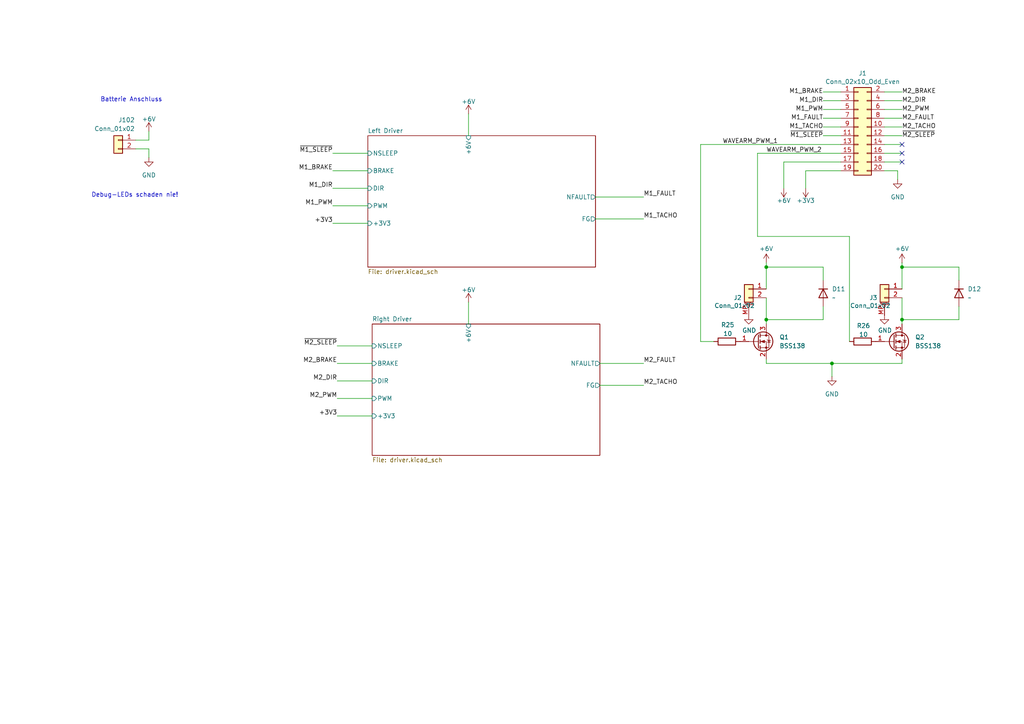
<source format=kicad_sch>
(kicad_sch (version 20231120) (generator "eeschema") (generator_version "8.0")
  (paper "A4")
  (title_block (company "RoboterClub") (comment 1 "Author: Chenyan Feng"))
  (lib_symbols
    (symbol "Connector_Generic:Conn_01x02" (pin_names (offset 1.016) hide)
      (property "Reference" "J" (at 0 2.54 0))
      (property "Value" "Conn_01x02" (at 0 -5.08 0))
      (symbol "Conn_01x02_1_1"
        (rectangle (start -1.27 -2.413) (end 0 -2.667) (stroke (width 0.1524)))
        (rectangle (start -1.27 0.127) (end 0 -0.127) (stroke (width 0.1524)))
        (rectangle (start -1.27 1.27) (end 1.27 -3.81) (stroke (width 0.254)) (fill (type background)))
        (pin passive line (at -5.08 0 0) (length 3.81) (name "Pin_1") (number "1"))
        (pin passive line (at -5.08 -2.54 0) (length 3.81) (name "Pin_2") (number "2"))
      )
    )
    (symbol "Connector_Generic:Conn_02x10_Odd_Even" (pin_names (offset 1.016) hide)
      (property "Reference" "J" (at 1.27 12.7 0))
      (property "Value" "Conn_02x10_Odd_Even" (at 1.27 -15.24 0))
      (symbol "Conn_02x10_Odd_Even_1_1"
        (rectangle (start -1.27 -12.573) (end 0 -12.827) (stroke (width 0.1524)))
        (rectangle (start -1.27 -10.033) (end 0 -10.287) (stroke (width 0.1524)))
        (rectangle (start -1.27 -7.493) (end 0 -7.747) (stroke (width 0.1524)))
        (rectangle (start -1.27 -4.953) (end 0 -5.207) (stroke (width 0.1524)))
        (rectangle (start -1.27 -2.413) (end 0 -2.667) (stroke (width 0.1524)))
        (rectangle (start -1.27 0.127) (end 0 -0.127) (stroke (width 0.1524)))
        (rectangle (start -1.27 2.667) (end 0 2.413) (stroke (width 0.1524)))
        (rectangle (start -1.27 5.207) (end 0 4.953) (stroke (width 0.1524)))
        (rectangle (start -1.27 7.747) (end 0 7.493) (stroke (width 0.1524)))
        (rectangle (start -1.27 10.287) (end 0 10.033) (stroke (width 0.1524)))
        (rectangle (start -1.27 11.43) (end 3.81 -13.97) (stroke (width 0.254)) (fill (type background)))
        (rectangle (start 3.81 -12.573) (end 2.54 -12.827) (stroke (width 0.1524)))
        (rectangle (start 3.81 -10.033) (end 2.54 -10.287) (stroke (width 0.1524)))
        (rectangle (start 3.81 -7.493) (end 2.54 -7.747) (stroke (width 0.1524)))
        (rectangle (start 3.81 -4.953) (end 2.54 -5.207) (stroke (width 0.1524)))
        (rectangle (start 3.81 -2.413) (end 2.54 -2.667) (stroke (width 0.1524)))
        (rectangle (start 3.81 0.127) (end 2.54 -0.127) (stroke (width 0.1524)))
        (rectangle (start 3.81 2.667) (end 2.54 2.413) (stroke (width 0.1524)))
        (rectangle (start 3.81 5.207) (end 2.54 4.953) (stroke (width 0.1524)))
        (rectangle (start 3.81 7.747) (end 2.54 7.493) (stroke (width 0.1524)))
        (rectangle (start 3.81 10.287) (end 2.54 10.033) (stroke (width 0.1524)))
        (pin passive line (at -5.08 10.16 0) (length 3.81) (name "Pin_1") (number "1"))
        (pin passive line (at 7.62 0 180) (length 3.81) (name "Pin_10") (number "10"))
        (pin passive line (at -5.08 -2.54 0) (length 3.81) (name "Pin_11") (number "11"))
        (pin passive line (at 7.62 -2.54 180) (length 3.81) (name "Pin_12") (number "12"))
        (pin passive line (at -5.08 -5.08 0) (length 3.81) (name "Pin_13") (number "13"))
        (pin passive line (at 7.62 -5.08 180) (length 3.81) (name "Pin_14") (number "14"))
        (pin passive line (at -5.08 -7.62 0) (length 3.81) (name "Pin_15") (number "15"))
        (pin passive line (at 7.62 -7.62 180) (length 3.81) (name "Pin_16") (number "16"))
        (pin passive line (at -5.08 -10.16 0) (length 3.81) (name "Pin_17") (number "17"))
        (pin passive line (at 7.62 -10.16 180) (length 3.81) (name "Pin_18") (number "18"))
        (pin passive line (at -5.08 -12.7 0) (length 3.81) (name "Pin_19") (number "19"))
        (pin passive line (at 7.62 10.16 180) (length 3.81) (name "Pin_2") (number "2"))
        (pin passive line (at 7.62 -12.7 180) (length 3.81) (name "Pin_20") (number "20"))
        (pin passive line (at -5.08 7.62 0) (length 3.81) (name "Pin_3") (number "3"))
        (pin passive line (at 7.62 7.62 180) (length 3.81) (name "Pin_4") (number "4"))
        (pin passive line (at -5.08 5.08 0) (length 3.81) (name "Pin_5") (number "5"))
        (pin passive line (at 7.62 5.08 180) (length 3.81) (name "Pin_6") (number "6"))
        (pin passive line (at -5.08 2.54 0) (length 3.81) (name "Pin_7") (number "7"))
        (pin passive line (at 7.62 2.54 180) (length 3.81) (name "Pin_8") (number "8"))
        (pin passive line (at -5.08 0 0) (length 3.81) (name "Pin_9") (number "9"))
      )
    )
    (symbol "Connector_Generic_MountingPin:Conn_01x02_MountingPin" (pin_names (offset 1.016) hide)
      (property "Reference" "J" (at 0 2.54 0))
      (property "Value" "Conn_01x02_MountingPin" (at 1.27 -5.08 0))
      (symbol "Conn_01x02_MountingPin_1_1"
        (rectangle (start -1.27 -2.413) (end 0 -2.667) (stroke (width 0.1524)))
        (rectangle (start -1.27 0.127) (end 0 -0.127) (stroke (width 0.1524)))
        (rectangle (start -1.27 1.27) (end 1.27 -3.81) (stroke (width 0.254)) (fill (type background)))
        (polyline (pts (xy -1.016 -4.572) (xy 1.016 -4.572)) (stroke (width 0.1524)))
        (text "Mounting" (at 0 -4.191 0) (effects (font (size 0.381 0.381))))
        (pin passive line (at -5.08 0 0) (length 3.81) (name "Pin_1") (number "1"))
        (pin passive line (at -5.08 -2.54 0) (length 3.81) (name "Pin_2") (number "2"))
        (pin passive line (at 0 -7.62 90) (length 3.048) (name "MountPin") (number "MP"))
      )
    )
    (symbol "Device:D" (pin_numbers hide) (pin_names (offset 1.016) hide)
      (property "Reference" "D" (at 0 2.54 0))
      (property "Value" "D" (at 0 -2.54 0))
      (symbol "D_0_1"
        (polyline (pts (xy -1.27 1.27) (xy -1.27 -1.27)) (stroke (width 0.254)))
        (polyline (pts (xy 1.27 0) (xy -1.27 0)))
        (polyline (pts (xy 1.27 1.27) (xy 1.27 -1.27) (xy -1.27 0) (xy 1.27 1.27)) (stroke (width 0.254)))
      )
      (symbol "D_1_1"
        (pin passive line (at -3.81 0 0) (length 2.54) (name "K") (number "1"))
        (pin passive line (at 3.81 0 180) (length 2.54) (name "A") (number "2"))
      )
    )
    (symbol "Device:R" (pin_numbers hide) (pin_names (offset 0))
      (property "Reference" "R" (at 2.032 0 90))
      (property "Value" "R" (at 0 0 90))
      (symbol "R_0_1"
        (rectangle (start -1.016 -2.54) (end 1.016 2.54) (stroke (width 0.254)))
      )
      (symbol "R_1_1"
        (pin passive line (at 0 3.81 270) (length 1.27) (name "~") (number "1"))
        (pin passive line (at 0 -3.81 90) (length 1.27) (name "~") (number "2"))
      )
    )
    (symbol "Transistor_FET:BSS138" (pin_names hide)
      (property "Reference" "Q" (at 5.08 1.905 0))
      (property "Value" "BSS138" (at 5.08 0 0))
      (symbol "BSS138_0_1"
        (polyline (pts (xy 0.254 0) (xy -2.54 0)))
        (polyline (pts (xy 0.254 1.905) (xy 0.254 -1.905)) (stroke (width 0.254)))
        (polyline (pts (xy 0.762 -1.27) (xy 0.762 -2.286)) (stroke (width 0.254)))
        (polyline (pts (xy 0.762 0.508) (xy 0.762 -0.508)) (stroke (width 0.254)))
        (polyline (pts (xy 0.762 2.286) (xy 0.762 1.27)) (stroke (width 0.254)))
        (polyline (pts (xy 2.54 2.54) (xy 2.54 1.778)))
        (polyline (pts (xy 2.54 -2.54) (xy 2.54 0) (xy 0.762 0)))
        (polyline (pts (xy 0.762 -1.778) (xy 3.302 -1.778) (xy 3.302 1.778) (xy 0.762 1.778)))
        (polyline (pts (xy 1.016 0) (xy 2.032 0.381) (xy 2.032 -0.381) (xy 1.016 0)) (fill (type outline)))
        (polyline (pts (xy 2.794 0.508) (xy 2.921 0.381) (xy 3.683 0.381) (xy 3.81 0.254)))
        (polyline (pts (xy 3.302 0.381) (xy 2.921 -0.254) (xy 3.683 -0.254) (xy 3.302 0.381)))
        (circle (center 1.651 0) (radius 2.794) (stroke (width 0.254)))
        (circle (center 2.54 -1.778) (radius 0.254) (fill (type outline)))
        (circle (center 2.54 1.778) (radius 0.254) (fill (type outline)))
      )
      (symbol "BSS138_1_1"
        (pin input line (at -5.08 0 0) (length 2.54) (name "G") (number "1"))
        (pin passive line (at 2.54 -5.08 90) (length 2.54) (name "S") (number "2"))
        (pin passive line (at 2.54 5.08 270) (length 2.54) (name "D") (number "3"))
      )
    )
    (symbol "power:+6V" (power) (pin_numbers hide) (pin_names (offset 0) hide)
      (property "Value" "+6V" (at 0 3.556 0))
      (symbol "+6V_0_1"
        (polyline (pts (xy -0.762 1.27) (xy 0 2.54)))
        (polyline (pts (xy 0 0) (xy 0 2.54)))
        (polyline (pts (xy 0 2.54) (xy 0.762 1.27)))
      )
      (symbol "+6V_1_1"
        (pin power_in line (at 0 0 90) (length 0) (name "~") (number "1"))
      )
    )
    (symbol "power:GND" (power) (pin_numbers hide) (pin_names (offset 0) hide)
      (property "Value" "GND" (at 0 -3.81 0))
      (symbol "GND_0_1"
        (polyline (pts (xy 0 0) (xy 0 -1.27) (xy 1.27 -1.27) (xy 0 -2.54) (xy -1.27 -1.27) (xy 0 -1.27)))
      )
      (symbol "GND_1_1"
        (pin power_in line (at 0 0 270) (length 0) (name "~") (number "1"))
      )
    )
    (symbol "µmotor-rescue:+6V" (power) (pin_names (offset 0))
      (property "Value" "+6V" (at 0 3.556 0))
      (symbol "+6V_0_1"
        (polyline (pts (xy -0.762 1.27) (xy 0 2.54)))
        (polyline (pts (xy 0 0) (xy 0 2.54)))
        (polyline (pts (xy 0 2.54) (xy 0.762 1.27)))
      )
      (symbol "+6V_1_1"
        (pin power_in line (at 0 0 90) (length 0) hide (name "+6V") (number "1"))
      )
    )
  )
  (junction (at 222.25 77.47))
  (junction (at 261.62 77.47))
  (junction (at 241.3 105.41))
  (junction (at 261.62 92.71))
  (junction (at 222.25 92.71))
  (no_connect (at 261.62 44.45))
  (no_connect (at 261.62 46.99))
  (no_connect (at 261.62 41.91))
  (wire (pts (xy 227.33 46.99) (xy 227.33 54.61)))
  (wire (pts (xy 97.79 105.41) (xy 107.95 105.41)))
  (wire (pts (xy 261.62 39.37) (xy 256.54 39.37)))
  (wire (pts (xy 227.33 46.99) (xy 243.84 46.99)))
  (wire (pts (xy 261.62 77.47) (xy 261.62 83.82)))
  (wire (pts (xy 97.79 100.33) (xy 107.95 100.33)))
  (wire (pts (xy 222.25 105.41) (xy 222.25 104.14)))
  (wire (pts (xy 233.68 49.53) (xy 233.68 54.61)))
  (wire (pts (xy 222.25 86.36) (xy 222.25 92.71)))
  (wire (pts (xy 241.3 105.41) (xy 222.25 105.41)))
  (wire (pts (xy 97.79 110.49) (xy 107.95 110.49)))
  (wire (pts (xy 261.62 31.75) (xy 256.54 31.75)))
  (wire (pts (xy 261.62 26.67) (xy 256.54 26.67)))
  (wire (pts (xy 203.2 41.91) (xy 243.84 41.91)))
  (wire (pts (xy 135.89 87.63) (xy 135.89 93.98)))
  (wire (pts (xy 238.76 88.9) (xy 238.76 92.71)))
  (wire (pts (xy 278.13 88.9) (xy 278.13 92.71)))
  (wire (pts (xy 203.2 99.06) (xy 207.01 99.06)))
  (wire (pts (xy 261.62 92.71) (xy 261.62 93.98)))
  (wire (pts (xy 172.72 63.5) (xy 186.69 63.5)))
  (wire (pts (xy 96.52 44.45) (xy 106.68 44.45)))
  (wire (pts (xy 261.62 104.14) (xy 261.62 105.41)))
  (wire (pts (xy 238.76 92.71) (xy 222.25 92.71)))
  (wire (pts (xy 97.79 120.65) (xy 107.95 120.65)))
  (wire (pts (xy 219.71 68.58) (xy 246.38 68.58)))
  (wire (pts (xy 241.3 109.22) (xy 241.3 105.41)))
  (wire (pts (xy 238.76 31.75) (xy 243.84 31.75)))
  (wire (pts (xy 173.99 111.76) (xy 186.69 111.76)))
  (wire (pts (xy 96.52 54.61) (xy 106.68 54.61)))
  (wire (pts (xy 238.76 77.47) (xy 238.76 81.28)))
  (wire (pts (xy 39.37 40.64) (xy 43.18 40.64)))
  (wire (pts (xy 43.18 45.72) (xy 43.18 43.18)))
  (wire (pts (xy 261.62 86.36) (xy 261.62 92.71)))
  (wire (pts (xy 96.52 64.77) (xy 106.68 64.77)))
  (wire (pts (xy 43.18 40.64) (xy 43.18 38.1)))
  (wire (pts (xy 203.2 41.91) (xy 203.2 99.06)))
  (wire (pts (xy 238.76 34.29) (xy 243.84 34.29)))
  (wire (pts (xy 278.13 92.71) (xy 261.62 92.71)))
  (wire (pts (xy 219.71 44.45) (xy 219.71 68.58)))
  (wire (pts (xy 222.25 77.47) (xy 238.76 77.47)))
  (wire (pts (xy 172.72 57.15) (xy 186.69 57.15)))
  (wire (pts (xy 261.62 77.47) (xy 278.13 77.47)))
  (wire (pts (xy 241.3 105.41) (xy 261.62 105.41)))
  (wire (pts (xy 238.76 26.67) (xy 243.84 26.67)))
  (wire (pts (xy 238.76 39.37) (xy 243.84 39.37)))
  (wire (pts (xy 261.62 36.83) (xy 256.54 36.83)))
  (wire (pts (xy 243.84 49.53) (xy 233.68 49.53)))
  (wire (pts (xy 261.62 41.91) (xy 256.54 41.91)))
  (wire (pts (xy 261.62 34.29) (xy 256.54 34.29)))
  (wire (pts (xy 261.62 77.47) (xy 261.62 76.2)))
  (wire (pts (xy 260.35 52.07) (xy 260.35 49.53)))
  (wire (pts (xy 238.76 29.21) (xy 243.84 29.21)))
  (wire (pts (xy 106.68 59.69) (xy 96.52 59.69)))
  (wire (pts (xy 261.62 29.21) (xy 256.54 29.21)))
  (wire (pts (xy 238.76 36.83) (xy 243.84 36.83)))
  (wire (pts (xy 173.99 105.41) (xy 186.69 105.41)))
  (wire (pts (xy 260.35 49.53) (xy 256.54 49.53)))
  (wire (pts (xy 96.52 49.53) (xy 106.68 49.53)))
  (wire (pts (xy 261.62 44.45) (xy 256.54 44.45)))
  (wire (pts (xy 222.25 92.71) (xy 222.25 93.98)))
  (wire (pts (xy 222.25 77.47) (xy 222.25 76.2)))
  (wire (pts (xy 43.18 43.18) (xy 39.37 43.18)))
  (wire (pts (xy 246.38 68.58) (xy 246.38 99.06)))
  (wire (pts (xy 278.13 77.47) (xy 278.13 81.28)))
  (wire (pts (xy 219.71 44.45) (xy 243.84 44.45)))
  (wire (pts (xy 261.62 46.99) (xy 256.54 46.99)))
  (wire (pts (xy 135.89 33.02) (xy 135.89 39.37)))
  (wire (pts (xy 222.25 77.47) (xy 222.25 83.82)))
  (wire (pts (xy 107.95 115.57) (xy 97.79 115.57)))
  (text "Debug-LEDs schaden nie!" (at 39.116 56.642 0) (effects (font (size 1.27 1.27))))
  (text "Batterie Anschluss" (at 38.1 28.956 0) (effects (font (size 1.27 1.27))))
  (label "+3V3" (at 96.52 64.77 180))
  (label "M2_PWM" (at 261.62 31.75 0))
  (label "M1_FAULT" (at 238.76 34.29 180))
  (label "M2_BRAKE" (at 261.62 26.67 0))
  (label "M1_BRAKE" (at 96.52 49.53 180))
  (label "M2_FAULT" (at 186.69 105.41 0))
  (label "M2_PWM" (at 97.79 115.57 180))
  (label "M1_TACHO" (at 238.76 36.83 180))
  (label "M1_TACHO" (at 186.69 63.5 0))
  (label "M1_PWM" (at 96.52 59.69 180))
  (label "M2_DIR" (at 97.79 110.49 180))
  (label "+3V3" (at 97.79 120.65 180))
  (label "M2_BRAKE" (at 97.79 105.41 180))
  (label "M2_DIR" (at 261.62 29.21 0))
  (label "M2_FAULT" (at 261.62 34.29 0))
  (label "~{M1_SLEEP}" (at 238.76 39.37 180))
  (label "M1_PWM" (at 238.76 31.75 180))
  (label "M2_TACHO" (at 261.62 36.83 0))
  (label "WAVEARM_PWM_2" (at 222.25 44.45 0))
  (label "~{M1_SLEEP}" (at 96.52 44.45 180))
  (label "WAVEARM_PWM_1" (at 209.55 41.91 0))
  (label "M2_TACHO" (at 186.69 111.76 0))
  (label "M1_DIR" (at 96.52 54.61 180))
  (label "~{M2_SLEEP}" (at 261.62 39.37 0))
  (label "M1_BRAKE" (at 238.76 26.67 180))
  (label "M1_DIR" (at 238.76 29.21 180))
  (label "~{M2_SLEEP}" (at 97.79 100.33 180))
  (label "M1_FAULT" (at 186.69 57.15 0))
  (symbol (lib_id "power:+6V") (at 261.62 76.2 0) (unit 1)
    (property "Reference" "#PWR038" (effects (hide yes)))
    (property "Value" "+6V" (at 261.62 72.136 0))
    (property "Description" "Power symbol creates a global label with name \"+6V\"" (effects (hide yes)))
  )
  (symbol (lib_id "Connector_Generic_MountingPin:Conn_01x02_MountingPin") (at 256.54 83.82 0) (mirror y) (unit 1)
    (property "Reference" "J3" (at 254.508 86.36 0) (effects (justify left)))
    (property "Value" "Conn_01x02" (at 258.318 88.646 0) (effects (justify left)))
    (property "Footprint" "Connector_JST:JST_GH_BM02B-GHS-TBT_1x02-1MP_P1.25mm_Vertical" (effects (hide yes)))
    (property "Description" "Generic connectable mounting pin connector, single row, 01x02, script generated (kicad-library-utils/schlib/autogen/connector/)" (effects (hide yes)))
  )
  (symbol (lib_id "power:GND") (at 260.35 52.07 0) (mirror y) (unit 1)
    (property "Reference" "#PWR019" (effects (hide yes)))
    (property "Value" "GND" (at 260.35 57.15 0))
    (property "Description" "Power symbol creates a global label with name \"GND\" , ground" (effects (hide yes)))
  )
  (symbol (lib_id "µmotor-rescue:+6V") (at 227.33 54.61 180) (unit 1)
    (property "Reference" "#PWR018" (effects (hide yes)))
    (property "Value" "+6V" (at 227.33 58.166 0))
  )
  (symbol (lib_id "Device:D") (at 278.13 85.09 270) (unit 1)
    (property "Reference" "D12" (at 280.67 83.8199 90) (effects (justify left)))
    (property "Value" "~" (at 280.67 86.3599 90) (effects (justify left)))
    (property "Footprint" "Diode_SMD:D_0603_1608Metric" (effects (hide yes)))
    (property "Description" "Diode" (effects (hide yes)))
    (property "Sim.Device" "D" (effects (hide yes)))
    (property "Sim.Pins" "1=K 2=A" (effects (hide yes)))
  )
  (symbol (lib_id "µmotor-rescue:+6V") (at 43.18 38.1 0) (mirror y) (unit 1)
    (property "Reference" "#PWR0103" (effects (hide yes)))
    (property "Value" "+6V" (at 43.18 34.544 0))
  )
  (symbol (lib_id "power:+6V") (at 222.25 76.2 0) (unit 1)
    (property "Reference" "#PWR027" (effects (hide yes)))
    (property "Value" "+6V" (at 222.25 72.136 0))
    (property "Description" "Power symbol creates a global label with name \"+6V\"" (effects (hide yes)))
  )
  (symbol (lib_id "power:GND") (at 217.17 91.44 0) (unit 1)
    (property "Reference" "#PWR06" (effects (hide yes)))
    (property "Value" "GND" (at 217.297 95.8342 0))
  )
  (symbol (lib_id "Device:R") (at 210.82 99.06 270) (unit 1)
    (property "Reference" "R25" (at 211.074 94.234 90))
    (property "Value" "10" (at 211.074 96.774 90))
    (property "Footprint" "Resistor_SMD:R_0603_1608Metric" (effects (hide yes)))
    (property "Description" "Resistor" (effects (hide yes)))
  )
  (symbol (lib_id "power:GND") (at 256.54 91.44 0) (unit 1)
    (property "Reference" "#PWR07" (effects (hide yes)))
    (property "Value" "GND" (at 256.667 95.8342 0))
  )
  (symbol (lib_id "µmotor-rescue:+6V") (at 233.68 54.61 180) (unit 1)
    (property "Reference" "#PWR017" (effects (hide yes)))
    (property "Value" "+3V3" (at 233.68 58.166 0))
  )
  (symbol (lib_id "µmotor-rescue:+6V") (at 135.89 33.02 0) (mirror y) (unit 1)
    (property "Reference" "#PWR03" (effects (hide yes)))
    (property "Value" "+6V" (at 135.89 29.464 0))
  )
  (symbol (lib_id "Connector_Generic:Conn_01x02") (at 34.29 40.64 0) (mirror y) (unit 1)
    (property "Reference" "J102" (at 39.116 34.798 0) (effects (justify left)))
    (property "Value" "Conn_01x02" (at 39.116 37.338 0) (effects (justify left)))
    (property "Footprint" "custom_footprints:2-Pin_PSK" (effects (hide yes)))
    (property "Description" "Generic connector, single row, 01x02, script generated (kicad-library-utils/schlib/autogen/connector/)" (effects (hide yes)))
  )
  (symbol (lib_id "Transistor_FET:BSS138") (at 259.08 99.06 0) (unit 1)
    (property "Reference" "Q2" (at 265.43 97.7899 0) (effects (justify left)))
    (property "Value" "BSS138" (at 265.43 100.3299 0) (effects (justify left)))
    (property "Footprint" "Package_TO_SOT_SMD:SOT-23" (effects (hide yes)))
    (property "Datasheet" "https://www.onsemi.com/pub/Collateral/BSS138-D.PDF" (effects (hide yes)))
    (property "Description" "50V Vds, 0.22A Id, N-Channel MOSFET, SOT-23" (effects (hide yes)))
  )
  (symbol (lib_id "Transistor_FET:BSS138") (at 219.71 99.06 0) (unit 1)
    (property "Reference" "Q1" (at 226.06 97.7899 0) (effects (justify left)))
    (property "Value" "BSS138" (at 226.06 100.3299 0) (effects (justify left)))
    (property "Footprint" "Package_TO_SOT_SMD:SOT-23" (effects (hide yes)))
    (property "Datasheet" "https://www.onsemi.com/pub/Collateral/BSS138-D.PDF" (effects (hide yes)))
    (property "Description" "50V Vds, 0.22A Id, N-Channel MOSFET, SOT-23" (effects (hide yes)))
  )
  (symbol (lib_id "Device:D") (at 238.76 85.09 270) (unit 1)
    (property "Reference" "D11" (at 241.3 83.8199 90) (effects (justify left)))
    (property "Value" "~" (at 241.3 86.3599 90) (effects (justify left)))
    (property "Footprint" "Diode_SMD:D_0603_1608Metric" (effects (hide yes)))
    (property "Description" "Diode" (effects (hide yes)))
    (property "Sim.Device" "D" (effects (hide yes)))
    (property "Sim.Pins" "1=K 2=A" (effects (hide yes)))
  )
  (symbol (lib_id "Connector_Generic_MountingPin:Conn_01x02_MountingPin") (at 217.17 83.82 0) (mirror y) (unit 1)
    (property "Reference" "J2" (at 215.138 86.36 0) (effects (justify left)))
    (property "Value" "Conn_01x02" (at 218.948 88.646 0) (effects (justify left)))
    (property "Footprint" "Connector_JST:JST_GH_BM02B-GHS-TBT_1x02-1MP_P1.25mm_Vertical" (effects (hide yes)))
    (property "Description" "Generic connectable mounting pin connector, single row, 01x02, script generated (kicad-library-utils/schlib/autogen/connector/)" (effects (hide yes)))
  )
  (symbol (lib_id "power:GND") (at 241.3 109.22 0) (unit 1)
    (property "Reference" "#PWR026" (effects (hide yes)))
    (property "Value" "GND" (at 241.3 114.3 0))
    (property "Description" "Power symbol creates a global label with name \"GND\" , ground" (effects (hide yes)))
  )
  (symbol (lib_id "Device:R") (at 250.19 99.06 270) (unit 1)
    (property "Reference" "R26" (at 250.444 94.488 90))
    (property "Value" "10" (at 250.444 97.028 90))
    (property "Footprint" "Resistor_SMD:R_0603_1608Metric" (effects (hide yes)))
    (property "Description" "Resistor" (effects (hide yes)))
  )
  (symbol (lib_id "µmotor-rescue:+6V") (at 135.89 87.63 0) (mirror y) (unit 1)
    (property "Reference" "#PWR04" (effects (hide yes)))
    (property "Value" "+6V" (at 135.89 84.074 0))
  )
  (symbol (lib_id "power:GND") (at 43.18 45.72 0) (mirror y) (unit 1)
    (property "Reference" "#PWR0104" (effects (hide yes)))
    (property "Value" "GND" (at 43.18 50.8 0))
    (property "Description" "Power symbol creates a global label with name \"GND\" , ground" (effects (hide yes)))
  )
  (symbol (lib_id "Connector_Generic:Conn_02x10_Odd_Even") (at 248.92 36.83 0) (unit 1)
    (property "Reference" "J1" (at 250.19 21.2555 0))
    (property "Value" "Conn_02x10_Odd_Even" (at 250.19 23.6798 0))
    (property "Footprint" "Connector_PinSocket_2.54mm:PinSocket_2x10_P2.54mm_Vertical" (effects (hide yes)))
    (property "Description" "Generic connector, double row, 02x10, odd/even pin numbering scheme (row 1 odd numbers, row 2 even numbers), script generated (kicad-library-utils/schlib/autogen/connector/)" (effects (hide yes)))
  )
  (sheet (at 107.95 93.98) (size 66.04 38.1) (stroke (width 0.1524))
    (property "Sheetname" "Right Driver" (at 107.95 93.2684 0) (effects (justify left bottom)))
    (property "Sheetfile" "driver.kicad_sch" (at 107.95 132.6646 0) (effects (justify left top)))
    (pin "NSLEEP" input (at 107.95 100.33 180))
    (pin "BRAKE" input (at 107.95 105.41 180))
    (pin "DIR" input (at 107.95 110.49 180))
    (pin "PWM" input (at 107.95 115.57 180))
    (pin "+6V" input (at 135.89 93.98 90))
    (pin "NFAULT" output (at 173.99 105.41 0))
    (pin "FG" output (at 173.99 111.76 0))
    (pin "+3V3" input (at 107.95 120.65 180))
  )
  (sheet (at 106.68 39.37) (size 66.04 38.1) (stroke (width 0.1524))
    (property "Sheetname" "Left Driver" (at 106.68 38.6584 0) (effects (justify left bottom)))
    (property "Sheetfile" "driver.kicad_sch" (at 106.68 78.0546 0) (effects (justify left top)))
    (pin "NSLEEP" input (at 106.68 44.45 180))
    (pin "BRAKE" input (at 106.68 49.53 180))
    (pin "DIR" input (at 106.68 54.61 180))
    (pin "PWM" input (at 106.68 59.69 180))
    (pin "+6V" input (at 135.89 39.37 90))
    (pin "NFAULT" output (at 172.72 57.15 0))
    (pin "FG" output (at 172.72 63.5 0))
    (pin "+3V3" input (at 106.68 64.77 180))
  )
)
</source>
